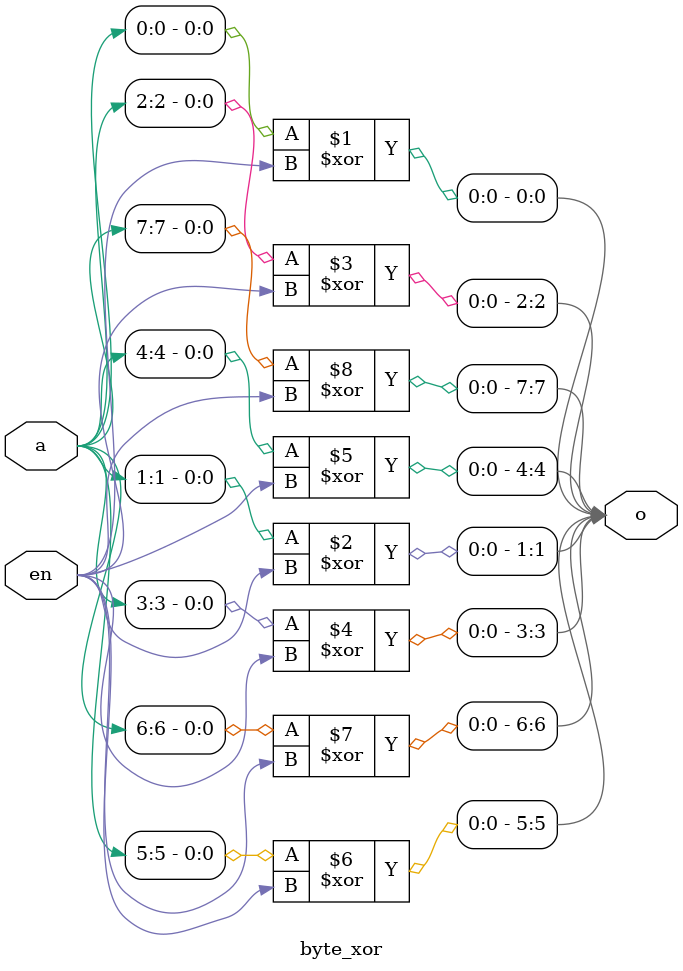
<source format=v>
`timescale 1ns / 1ps
module byte_xor(
    input [7:0] a,
    input en,
    output [7:0] o
    );
	xor(o[0],a[0],en);
	xor(o[1],a[1],en);
	xor(o[2],a[2],en);
	xor(o[3],a[3],en);
	
	xor(o[4],a[4],en);
	xor(o[5],a[5],en);
	xor(o[6],a[6],en);
	xor(o[7],a[7],en);



endmodule

</source>
